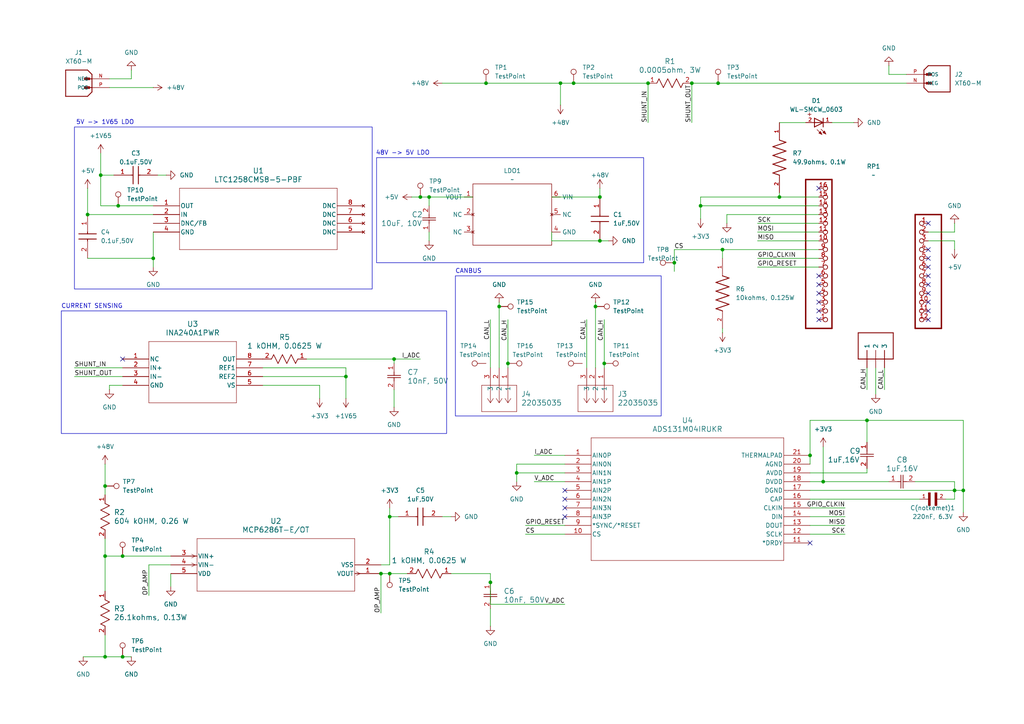
<source format=kicad_sch>
(kicad_sch (version 20231120) (generator "eeschema") (generator_version "8.0")
  (paper "A4")
  (lib_symbols
    (symbol "Connector:TestPoint" (pin_numbers hide) (pin_names (offset 0.762) hide)
      (property "Reference" "TP" (at 0 6.858 0))
      (property "Value" "TestPoint" (at 0 5.08 0))
      (symbol "TestPoint_1_1"
        (pin passive line (at 0 0 90) (length 2.54) (name "1") (number "1"))
      )
    )
    (symbol "Joulemeter:ADS131M04IRUKR" (pin_names (offset 0.254))
      (property "Reference" "U" (at 35.56 10.16 0))
      (property "Value" "ADS131M04IRUKR" (at 35.56 7.62 0))
      (symbol "ADS131M04IRUKR_0_1"
        (pin bidirectional line (at 0 0 0) (length 7.62) (name "AIN0P") (number "1"))
        (pin unspecified line (at 0 -22.86 0) (length 7.62) (name "CS") (number "10"))
        (pin unspecified line (at 71.12 -25.4 180) (length 7.62) (name "*DRDY") (number "11"))
        (pin unspecified line (at 71.12 -22.86 180) (length 7.62) (name "SCLK") (number "12"))
        (pin output line (at 71.12 -20.32 180) (length 7.62) (name "DOUT") (number "13"))
        (pin unspecified line (at 71.12 -17.78 180) (length 7.62) (name "DIN") (number "14"))
        (pin unspecified line (at 71.12 -15.24 180) (length 7.62) (name "CLKIN") (number "15"))
        (pin unspecified line (at 71.12 -12.7 180) (length 7.62) (name "CAP") (number "16"))
        (pin power_out line (at 71.12 -10.16 180) (length 7.62) (name "DGND") (number "17"))
        (pin power_in line (at 71.12 -7.62 180) (length 7.62) (name "DVDD") (number "18"))
        (pin power_in line (at 71.12 -5.08 180) (length 7.62) (name "AVDD") (number "19"))
        (pin bidirectional line (at 0 -2.54 0) (length 7.62) (name "AIN0N") (number "2"))
        (pin power_out line (at 71.12 -2.54 180) (length 7.62) (name "AGND") (number "20"))
        (pin power_out line (at 71.12 0 180) (length 7.62) (name "THERMALPAD") (number "21"))
        (pin input line (at 0 -5.08 0) (length 7.62) (name "AIN1N") (number "3"))
        (pin input line (at 0 -7.62 0) (length 7.62) (name "AIN1P") (number "4"))
        (pin input line (at 0 -10.16 0) (length 7.62) (name "AIN2P") (number "5"))
        (pin input line (at 0 -12.7 0) (length 7.62) (name "AIN2N") (number "6"))
        (pin input line (at 0 -15.24 0) (length 7.62) (name "AIN3N") (number "7"))
        (pin input line (at 0 -17.78 0) (length 7.62) (name "AIN3P") (number "8"))
        (pin unspecified line (at 0 -20.32 0) (length 7.62) (name "*SYNC/*RESET") (number "9"))
      )
    )
    (symbol "Joulemeter:INA240A1PWR" (pin_names (offset 0.254))
      (property "Reference" "U" (at 20.32 10.16 0))
      (property "Value" "INA240A1PWR" (at 20.32 7.62 0))
      (symbol "INA240A1PWR_0_1"
        (pin unspecified line (at 0 0 0) (length 7.62) (name "NC") (number "1"))
        (pin input line (at 0 -2.54 0) (length 7.62) (name "IN+") (number "2"))
        (pin input line (at 0 -5.08 0) (length 7.62) (name "IN-") (number "3"))
        (pin power_in line (at 0 -7.62 0) (length 7.62) (name "GND") (number "4"))
        (pin power_in line (at 40.64 -7.62 180) (length 7.62) (name "VS") (number "5"))
        (pin input line (at 40.64 -5.08 180) (length 7.62) (name "REF2") (number "6"))
        (pin input line (at 40.64 -2.54 180) (length 7.62) (name "REF1") (number "7"))
        (pin output line (at 40.64 0 180) (length 7.62) (name "OUT") (number "8"))
      )
    )
    (symbol "SMV_Custom:3-pin Mini Molex Spox" (pin_names (offset 0.254))
      (property "Reference" "J" (at 8.89 6.35 0))
      (property "Value" "22035035" (at -3.81 3.81 0))
      (symbol "3-pin Mini Molex Spox_1_1"
        (pin unspecified line (at 0 0 0) (length 5.08) (name "1") (number "1"))
        (pin unspecified line (at 0 -2.54 0) (length 5.08) (name "2") (number "2"))
        (pin unspecified line (at 0 -5.08 0) (length 5.08) (name "3") (number "3"))
      )
      (symbol "3-pin Mini Molex Spox_1_2"
        (pin unspecified line (at 0 0 0) (length 5.08) (name "1") (number "1"))
        (pin unspecified line (at 0 -2.54 0) (length 5.08) (name "2") (number "2"))
        (pin unspecified line (at 0 -5.08 0) (length 5.08) (name "3") (number "3"))
      )
    )
    (symbol "SMV_Custom:AP7387-50FDCR-7"
      (property "Reference" "LDO" (at 0 0 0))
      (symbol "AP7387-50FDCR-7_1_1"
        (pin power_out line (at -11.43 5.08 180) (length 2.54) (name "VOUT") (number "1"))
        (pin no_connect line (at -11.43 0 180) (length 2.54) (name "NC") (number "2"))
        (pin no_connect line (at -11.43 -5.08 180) (length 2.54) (name "NC") (number "3"))
        (pin power_out line (at 11.43 -5.08 0) (length 2.54) (name "GND") (number "4"))
        (pin no_connect line (at 11.43 0 0) (length 2.54) (name "NC") (number "5"))
        (pin power_in line (at 11.43 5.08 0) (length 2.54) (name "VIN") (number "6"))
      )
    )
    (symbol "SMV_Custom:C0805C102K5GACTU" (pin_names hide)
      (property "Reference" "C" (at 5.842 4.318 0))
      (property "Value" "1uF,50V" (at 8.89 3.81 0))
      (symbol "C0805C102K5GACTU_1_1"
        (pin passive line (at 0 0 0) (length 5.08) (name "1") (number "1"))
        (pin passive line (at 12.7 0 180) (length 5.08) (name "2") (number "2"))
      )
    )
    (symbol "SMV_Custom:C0805C103K5RACTU" (pin_names (offset 0.254))
      (property "Reference" "C" (at 3.81 3.81 0))
      (property "Value" "10nF, 50V" (at 3.81 -3.81 0))
      (symbol "C0805C103K5RACTU_1_1"
        (pin unspecified line (at 0 0 0) (length 2.54) (name "") (number "1"))
        (pin unspecified line (at 7.62 0 180) (length 2.54) (name "") (number "2"))
      )
      (symbol "C0805C103K5RACTU_1_2"
        (pin unspecified line (at 0 0 270) (length 2.54) (name "") (number "1"))
        (pin unspecified line (at 0 -7.62 90) (length 2.54) (name "") (number "2"))
      )
    )
    (symbol "SMV_Custom:C0805C104K5RACTU" (pin_names hide)
      (property "Reference" "C" (at 5.588 4.572 0))
      (property "Value" "0.1uF,50V" (at 8.89 3.81 0))
      (symbol "C0805C104K5RACTU_1_1"
        (pin passive line (at 0 0 0) (length 5.08) (name "1") (number "1"))
        (pin passive line (at 12.7 0 180) (length 5.08) (name "2") (number "2"))
      )
    )
    (symbol "SMV_Custom:C0805C105K4RACTU" (pin_names (offset 0.254))
      (property "Reference" "C" (at 3.81 3.81 0))
      (property "Value" "1uF,16V" (at 3.81 -3.81 0))
      (symbol "C0805C105K4RACTU_1_1"
        (pin unspecified line (at 0 0 0) (length 2.54) (name "") (number "1"))
        (pin unspecified line (at 7.62 0 180) (length 2.54) (name "") (number "2"))
      )
      (symbol "C0805C105K4RACTU_1_2"
        (pin unspecified line (at 0 0 270) (length 2.54) (name "") (number "1"))
        (pin unspecified line (at 0 -7.62 90) (length 2.54) (name "") (number "2"))
      )
    )
    (symbol "SMV_Custom:C0805C106K8PACTU" (pin_names (offset 0.254))
      (property "Reference" "C" (at 3.81 3.81 0))
      (property "Value" "10uF, 10V" (at 3.81 -3.81 0))
      (symbol "C0805C106K8PACTU_1_1"
        (pin unspecified line (at 0 0 0) (length 2.54) (name "") (number "1"))
        (pin unspecified line (at 7.62 0 180) (length 2.54) (name "") (number "2"))
      )
      (symbol "C0805C106K8PACTU_1_2"
        (pin unspecified line (at 0 0 270) (length 2.54) (name "") (number "1"))
        (pin unspecified line (at 0 -7.62 90) (length 2.54) (name "") (number "2"))
      )
    )
    (symbol "SMV_Custom:CRCW04021K00FKED" (pin_names (offset 0.254))
      (property "Reference" "R" (at 5.715 3.81 0))
      (property "Value" "1 kOHM, 0.0625 W" (at 6.35 -3.81 0))
      (symbol "CRCW04021K00FKED_1_1"
        (pin unspecified line (at 12.7 0 180) (length 2.54) (name "") (number "1"))
        (pin unspecified line (at 0 0 0) (length 2.54) (name "") (number "2"))
      )
      (symbol "CRCW04021K00FKED_1_2"
        (pin unspecified line (at 0 12.7 270) (length 2.54) (name "") (number "1"))
        (pin unspecified line (at 0 0 90) (length 2.54) (name "") (number "2"))
      )
    )
    (symbol "SMV_Custom:CRCW060349R9FKEAC" (pin_names (offset 1.016))
      (property "Reference" "R" (at -7.6244 2.5415 0))
      (property "Value" "49.9ohms, 0.1W" (at -7.63 -5.0866 0))
      (symbol "CRCW060349R9FKEAC_0_0"
        (pin passive line (at -10.16 0 0) (length 5.08) (name "~") (number "1"))
        (pin passive line (at 10.16 0 180) (length 5.08) (name "~") (number "2"))
      )
    )
    (symbol "SMV_Custom:CRCW080510K0FKEAC" (pin_names (offset 1.016))
      (property "Reference" "R" (at -0.508 3.81 0))
      (property "Value" "10kohms, 0.125W" (at -7.63 -5.0866 0))
      (symbol "CRCW080510K0FKEAC_0_0"
        (pin passive line (at -10.16 0 0) (length 5.08) (name "~") (number "1"))
        (pin passive line (at 10.16 0 180) (length 5.08) (name "~") (number "2"))
      )
    )
    (symbol "SMV_Custom:GRM033R60J224ME15D" (pin_names (offset 1.016))
      (property "Reference" "C(notkemet)" (at 0 3.8109 0))
      (property "Value" "220nF, 6.3V" (at 0 -5.0885 0))
      (symbol "GRM033R60J224ME15D_0_0"
        (pin passive line (at -2.54 0 0) (length 2.54) (name "~") (number "1"))
        (pin passive line (at 5.08 0 180) (length 2.54) (name "~") (number "2"))
      )
    )
    (symbol "SMV_Custom:LTC1258CMS8-5-PBF" (pin_names (offset 0.254))
      (property "Reference" "U" (at 30.48 10.16 0))
      (property "Value" "LTC1258CMS8-5-PBF" (at 30.48 7.62 0))
      (symbol "LTC1258CMS8-5-PBF_0_1"
        (pin output line (at 0 0 0) (length 7.62) (name "OUT") (number "1"))
        (pin input line (at 0 -2.54 0) (length 7.62) (name "IN") (number "2"))
        (pin bidirectional line (at 0 -5.08 0) (length 7.62) (name "DNC/FB") (number "3"))
        (pin power_in line (at 0 -7.62 0) (length 7.62) (name "GND") (number "4"))
        (pin no_connect line (at 60.96 -7.62 180) (length 7.62) (name "DNC") (number "5"))
        (pin no_connect line (at 60.96 -5.08 180) (length 7.62) (name "DNC") (number "6"))
        (pin no_connect line (at 60.96 -2.54 180) (length 7.62) (name "DNC") (number "7"))
        (pin no_connect line (at 60.96 0 180) (length 7.62) (name "DNC") (number "8"))
      )
    )
    (symbol "SMV_Custom:MCP6286T-E_OT" (pin_names (offset 0.254))
      (property "Reference" "U" (at 30.48 10.16 0))
      (property "Value" "MCP6286T-E/OT" (at 30.48 7.62 0))
      (symbol "MCP6286T-E_OT_0_1"
        (pin output line (at 0 0 0) (length 7.62) (name "VOUT") (number "1"))
        (pin power_in line (at 0 -2.54 0) (length 7.62) (name "VSS") (number "2"))
        (pin input line (at 60.96 -5.08 180) (length 7.62) (name "VIN+") (number "3"))
        (pin input line (at 60.96 -2.54 180) (length 7.62) (name "VIN-") (number "4"))
        (pin power_in line (at 60.96 0 180) (length 7.62) (name "VDD") (number "5"))
      )
    )
    (symbol "SMV_Custom:PU3921FKM130U5L" (pin_names (offset 0.254))
      (property "Reference" "R" (at 5.715 3.81 0))
      (property "Value" "0.0005ohm, 3W" (at 6.35 -3.81 0))
      (symbol "PU3921FKM130U5L_1_1"
        (pin unspecified line (at 0 0 0) (length 2.54) (name "") (number "1"))
        (pin unspecified line (at 12.7 0 180) (length 2.54) (name "") (number "2"))
      )
      (symbol "PU3921FKM130U5L_1_2"
        (pin unspecified line (at 0 12.7 270) (length 2.54) (name "") (number "1"))
        (pin unspecified line (at 0 0 90) (length 2.54) (name "") (number "2"))
      )
    )
    (symbol "SMV_Custom:RP2040"
      (property "Reference" "RP" (at 0 39.37 0))
      (symbol "RP2040_1_0"
        (pin passive inverted (at -16.51 -6.35 0) (length 2.54) (name "1") (number "1"))
        (pin passive line (at -2.54 -20.32 90) (length 5.08) (name "1") (number "1"))
        (pin passive inverted (at 15.24 21.59 180) (length 2.54) (name "1") (number "1"))
        (pin passive inverted (at -16.51 16.51 0) (length 2.54) (name "10") (number "10"))
        (pin passive inverted (at 15.24 -1.27 180) (length 2.54) (name "10") (number "10"))
        (pin passive inverted (at -16.51 19.05 0) (length 2.54) (name "11") (number "11"))
        (pin passive inverted (at 15.24 -3.81 180) (length 2.54) (name "11") (number "11"))
        (pin passive inverted (at -16.51 21.59 0) (length 2.54) (name "12") (number "12"))
        (pin passive inverted (at 15.24 -6.35 180) (length 2.54) (name "12") (number "12"))
        (pin passive inverted (at -16.51 24.13 0) (length 2.54) (name "13") (number "13"))
        (pin passive inverted (at -16.51 26.67 0) (length 2.54) (name "14") (number "14"))
        (pin passive inverted (at -16.51 29.21 0) (length 2.54) (name "15") (number "15"))
        (pin passive inverted (at -16.51 31.75 0) (length 2.54) (name "16") (number "16"))
        (pin passive inverted (at -16.51 -3.81 0) (length 2.54) (name "2") (number "2"))
        (pin passive line (at 0 -20.32 90) (length 5.08) (name "2") (number "2"))
        (pin passive inverted (at 15.24 19.05 180) (length 2.54) (name "2") (number "2"))
        (pin passive inverted (at -16.51 -1.27 0) (length 2.54) (name "3") (number "3"))
        (pin passive line (at 2.54 -20.32 90) (length 5.08) (name "3") (number "3"))
        (pin passive inverted (at 15.24 16.51 180) (length 2.54) (name "3") (number "3"))
        (pin passive inverted (at -16.51 1.27 0) (length 2.54) (name "4") (number "4"))
        (pin passive inverted (at 15.24 13.97 180) (length 2.54) (name "4") (number "4"))
        (pin passive inverted (at -16.51 3.81 0) (length 2.54) (name "5") (number "5"))
        (pin passive inverted (at 15.24 11.43 180) (length 2.54) (name "5") (number "5"))
        (pin passive inverted (at -16.51 6.35 0) (length 2.54) (name "6") (number "6"))
        (pin passive inverted (at 15.24 8.89 180) (length 2.54) (name "6") (number "6"))
        (pin passive inverted (at -16.51 8.89 0) (length 2.54) (name "7") (number "7"))
        (pin passive inverted (at 15.24 6.35 180) (length 2.54) (name "7") (number "7"))
        (pin passive inverted (at -16.51 11.43 0) (length 2.54) (name "8") (number "8"))
        (pin passive inverted (at 15.24 3.81 180) (length 2.54) (name "8") (number "8"))
        (pin passive inverted (at -16.51 13.97 0) (length 2.54) (name "9") (number "9"))
        (pin passive inverted (at 15.24 1.27 180) (length 2.54) (name "9") (number "9"))
      )
    )
    (symbol "SMV_Custom:TNPW040226K1BEED" (pin_names (offset 0.254))
      (property "Reference" "R" (at 5.715 3.81 0))
      (property "Value" "26.1kohms, 0.13W" (at 6.35 -3.81 0))
      (symbol "TNPW040226K1BEED_1_1"
        (pin unspecified line (at 0 0 0) (length 2.54) (name "") (number "1"))
        (pin unspecified line (at 12.7 0 180) (length 2.54) (name "") (number "2"))
      )
      (symbol "TNPW040226K1BEED_1_2"
        (pin unspecified line (at 0 12.7 270) (length 2.54) (name "") (number "1"))
        (pin unspecified line (at 0 0 90) (length 2.54) (name "") (number "2"))
      )
    )
    (symbol "SMV_Custom:TNPW0805604KBEEA" (pin_names (offset 0.254))
      (property "Reference" "R" (at 5.715 3.81 0))
      (property "Value" "604 kOHM, 0.26 W" (at 6.35 -3.81 0))
      (symbol "TNPW0805604KBEEA_1_1"
        (pin unspecified line (at 0 0 0) (length 2.54) (name "") (number "1"))
        (pin unspecified line (at 12.7 0 180) (length 2.54) (name "") (number "2"))
      )
      (symbol "TNPW0805604KBEEA_1_2"
        (pin unspecified line (at 0 12.7 270) (length 2.54) (name "") (number "1"))
        (pin unspecified line (at 0 0 90) (length 2.54) (name "") (number "2"))
      )
    )
    (symbol "SMV_Custom:WL-SMCW_0603" (pin_names (offset 1.016))
      (property "Reference" "D" (at -1.988 3.972 0))
      (property "Value" "WL-SMCW_0603" (at -2.628 -3.928 0))
      (symbol "WL-SMCW_0603_0_0"
        (text "+" (at 3.08 -1.74 0) (effects (font (size 1.27 1.27)) (justify left bottom)))
        (pin passive line (at -2.54 0 0) (length 2.54) (name "~") (number "1"))
        (pin passive line (at 5.08 0 180) (length 2.54) (name "~") (number "2"))
      )
    )
    (symbol "SMV_Custom:XT60-M" (pin_names (offset 1.016))
      (property "Reference" "J" (at 0 6.35 0))
      (property "Value" "XT60-M" (at 0 -5.08 0))
      (symbol "XT60-M_0_0"
        (pin passive line (at -5.08 0 0) (length 5.08) (name "NEG") (number "N"))
        (pin passive line (at -5.08 2.54 0) (length 5.08) (name "POS") (number "P"))
      )
    )
    (symbol "power:+3V3" (power) (pin_numbers hide) (pin_names (offset 0) hide)
      (property "Value" "+3V3" (at 0 3.556 0))
      (symbol "+3V3_1_1"
        (pin power_in line (at 0 0 90) (length 0) (name "~") (number "1"))
      )
    )
    (symbol "power:+48V" (power) (pin_numbers hide) (pin_names (offset 0) hide)
      (property "Value" "+48V" (at 0 3.556 0))
      (symbol "+48V_1_1"
        (pin power_in line (at 0 0 90) (length 0) (name "~") (number "1"))
      )
    )
    (symbol "power:GND" (power) (pin_numbers hide) (pin_names (offset 0) hide)
      (property "Value" "GND" (at 0 -3.81 0))
      (symbol "GND_1_1"
        (pin power_in line (at 0 0 270) (length 0) (name "~") (number "1"))
      )
    )
  )
  (junction (at 187.96 24.13))
  (junction (at 166.37 24.13))
  (junction (at 100.33 109.22))
  (junction (at 203.2 59.69))
  (junction (at 30.48 140.97))
  (junction (at 149.86 137.16))
  (junction (at 121.92 57.15))
  (junction (at 234.95 132.08))
  (junction (at 142.24 168.91))
  (junction (at 279.4 142.24))
  (junction (at 113.03 166.37))
  (junction (at 226.06 57.15))
  (junction (at 200.66 24.13))
  (junction (at 140.97 24.13))
  (junction (at 208.28 24.13))
  (junction (at 110.49 166.37))
  (junction (at 29.21 50.8))
  (junction (at 35.56 190.5))
  (junction (at 114.3 104.14))
  (junction (at 173.99 69.85))
  (junction (at 25.4 62.23))
  (junction (at 113.03 149.86))
  (junction (at 30.48 161.29))
  (junction (at 44.45 74.93))
  (junction (at 30.48 190.5))
  (junction (at 147.32 105.41))
  (junction (at 276.86 142.24))
  (junction (at 172.72 88.9))
  (junction (at 162.56 24.13))
  (junction (at 35.56 161.29))
  (junction (at 144.78 88.9))
  (junction (at 209.55 72.39))
  (junction (at 173.99 57.15))
  (junction (at 34.29 59.69))
  (junction (at 175.26 105.41))
  (junction (at 195.58 76.2))
  (junction (at 124.46 57.15))
  (junction (at 251.46 121.92))
  (junction (at 238.76 139.7))
  (no_connect (at 35.56 104.14))
  (no_connect (at 269.24 64.77))
  (no_connect (at 269.24 92.71))
  (no_connect (at 237.49 85.09))
  (no_connect (at 237.49 92.71))
  (no_connect (at 269.24 82.55))
  (no_connect (at 269.24 72.39))
  (no_connect (at 234.95 157.48))
  (no_connect (at 237.49 54.61))
  (no_connect (at 163.83 147.32))
  (no_connect (at 237.49 82.55))
  (no_connect (at 269.24 87.63))
  (no_connect (at 269.24 80.01))
  (no_connect (at 163.83 142.24))
  (no_connect (at 163.83 149.86))
  (no_connect (at 269.24 85.09))
  (no_connect (at 163.83 144.78))
  (no_connect (at 269.24 77.47))
  (no_connect (at 237.49 90.17))
  (no_connect (at 269.24 90.17))
  (no_connect (at 237.49 87.63))
  (no_connect (at 269.24 74.93))
  (no_connect (at 237.49 80.01))
  (wire (pts (xy 35.56 111.76) (xy 31.75 111.76)))
  (wire (pts (xy 124.46 57.15) (xy 124.46 59.69)))
  (wire (pts (xy 88.9 104.14) (xy 114.3 104.14)))
  (wire (pts (xy 152.4 154.94) (xy 163.83 154.94)))
  (wire (pts (xy 119.38 57.15) (xy 121.92 57.15)))
  (wire (pts (xy 160.02 67.31) (xy 160.02 69.85)))
  (wire (pts (xy 142.24 175.26) (xy 142.24 168.91)))
  (wire (pts (xy 113.03 149.86) (xy 115.57 149.86)))
  (wire (pts (xy 279.4 121.92) (xy 279.4 142.24)))
  (wire (pts (xy 142.24 166.37) (xy 142.24 168.91)))
  (wire (pts (xy 234.95 134.62) (xy 234.95 132.08)))
  (wire (pts (xy 166.37 24.13) (xy 187.96 24.13)))
  (wire (pts (xy 30.48 161.29) (xy 30.48 171.45)))
  (wire (pts (xy 30.48 156.21) (xy 30.48 161.29)))
  (wire (pts (xy 173.99 54.61) (xy 173.99 57.15)))
  (wire (pts (xy 276.86 144.78) (xy 276.86 142.24)))
  (wire (pts (xy 175.26 105.41) (xy 175.26 106.68)))
  (wire (pts (xy 274.32 144.78) (xy 276.86 144.78)))
  (wire (pts (xy 187.96 24.13) (xy 187.96 35.56)))
  (wire (pts (xy 31.75 25.4) (xy 44.45 25.4)))
  (wire (pts (xy 29.21 50.8) (xy 29.21 44.45)))
  (wire (pts (xy 25.4 54.61) (xy 25.4 62.23)))
  (wire (pts (xy 251.46 121.92) (xy 251.46 128.27)))
  (wire (pts (xy 251.46 121.92) (xy 279.4 121.92)))
  (wire (pts (xy 30.48 140.97) (xy 30.48 143.51)))
  (wire (pts (xy 251.46 137.16) (xy 251.46 135.89)))
  (wire (pts (xy 142.24 176.53) (xy 142.24 181.61)))
  (wire (pts (xy 241.3 35.56) (xy 247.65 35.56)))
  (wire (pts (xy 30.48 190.5) (xy 35.56 190.5)))
  (wire (pts (xy 254 106.68) (xy 254 114.3)))
  (wire (pts (xy 124.46 67.31) (xy 124.46 69.85)))
  (wire (pts (xy 100.33 109.22) (xy 100.33 115.57)))
  (wire (pts (xy 34.29 59.69) (xy 29.21 59.69)))
  (wire (pts (xy 140.97 24.13) (xy 162.56 24.13)))
  (wire (pts (xy 269.24 69.85) (xy 276.86 69.85)))
  (wire (pts (xy 269.24 67.31) (xy 276.86 67.31)))
  (wire (pts (xy 21.59 109.22) (xy 35.56 109.22)))
  (wire (pts (xy 195.58 72.39) (xy 195.58 76.2)))
  (wire (pts (xy 234.95 121.92) (xy 251.46 121.92)))
  (wire (pts (xy 170.18 92.71) (xy 170.18 106.68)))
  (wire (pts (xy 128.27 149.86) (xy 130.81 149.86)))
  (wire (pts (xy 31.75 111.76) (xy 31.75 113.03)))
  (wire (pts (xy 173.99 69.85) (xy 176.53 69.85)))
  (wire (pts (xy 142.24 175.26) (xy 163.83 175.26)))
  (wire (pts (xy 251.46 106.68) (xy 251.46 113.03)))
  (wire (pts (xy 149.86 137.16) (xy 149.86 139.7)))
  (wire (pts (xy 44.45 67.31) (xy 44.45 74.93)))
  (wire (pts (xy 234.95 139.7) (xy 238.76 139.7)))
  (wire (pts (xy 76.2 106.68) (xy 100.33 106.68)))
  (wire (pts (xy 234.95 149.86) (xy 245.11 149.86)))
  (wire (pts (xy 276.86 69.85) (xy 276.86 72.39)))
  (wire (pts (xy 160.02 69.85) (xy 173.99 69.85)))
  (wire (pts (xy 144.78 87.63) (xy 144.78 88.9)))
  (wire (pts (xy 149.86 134.62) (xy 163.83 134.62)))
  (wire (pts (xy 35.56 161.29) (xy 49.53 161.29)))
  (wire (pts (xy 276.86 139.7) (xy 276.86 142.24)))
  (wire (pts (xy 256.54 106.68) (xy 256.54 113.03)))
  (wire (pts (xy 203.2 59.69) (xy 203.2 63.5)))
  (wire (pts (xy 209.55 72.39) (xy 209.55 74.93)))
  (wire (pts (xy 209.55 95.25) (xy 209.55 96.52)))
  (wire (pts (xy 279.4 142.24) (xy 279.4 148.59)))
  (wire (pts (xy 219.71 77.47) (xy 237.49 77.47)))
  (wire (pts (xy 237.49 62.23) (xy 210.82 62.23)))
  (wire (pts (xy 160.02 57.15) (xy 173.99 57.15)))
  (wire (pts (xy 25.4 74.93) (xy 44.45 74.93)))
  (wire (pts (xy 24.13 190.5) (xy 30.48 190.5)))
  (wire (pts (xy 76.2 109.22) (xy 100.33 109.22)))
  (wire (pts (xy 195.58 76.2) (xy 195.58 78.74)))
  (wire (pts (xy 238.76 129.54) (xy 238.76 139.7)))
  (wire (pts (xy 113.03 149.86) (xy 113.03 147.32)))
  (wire (pts (xy 147.32 92.71) (xy 147.32 105.41)))
  (wire (pts (xy 234.95 137.16) (xy 251.46 137.16)))
  (wire (pts (xy 114.3 104.14) (xy 121.92 104.14)))
  (wire (pts (xy 234.95 147.32) (xy 245.11 147.32)))
  (wire (pts (xy 110.49 166.37) (xy 113.03 166.37)))
  (wire (pts (xy 219.71 74.93) (xy 237.49 74.93)))
  (wire (pts (xy 124.46 57.15) (xy 137.16 57.15)))
  (wire (pts (xy 30.48 184.15) (xy 30.48 190.5)))
  (wire (pts (xy 234.95 144.78) (xy 266.7 144.78)))
  (wire (pts (xy 237.49 57.15) (xy 226.06 57.15)))
  (wire (pts (xy 44.45 74.93) (xy 44.45 77.47)))
  (wire (pts (xy 121.92 57.15) (xy 124.46 57.15)))
  (wire (pts (xy 210.82 62.23) (xy 210.82 64.77)))
  (wire (pts (xy 113.03 166.37) (xy 118.11 166.37)))
  (wire (pts (xy 114.3 104.14) (xy 114.3 105.41)))
  (wire (pts (xy 195.58 72.39) (xy 209.55 72.39)))
  (wire (pts (xy 234.95 154.94) (xy 245.11 154.94)))
  (wire (pts (xy 110.49 166.37) (xy 110.49 177.8)))
  (wire (pts (xy 162.56 24.13) (xy 162.56 30.48)))
  (wire (pts (xy 219.71 67.31) (xy 237.49 67.31)))
  (wire (pts (xy 203.2 57.15) (xy 203.2 59.69)))
  (wire (pts (xy 92.71 111.76) (xy 92.71 115.57)))
  (wire (pts (xy 142.24 92.71) (xy 142.24 106.68)))
  (wire (pts (xy 31.75 22.86) (xy 38.1 22.86)))
  (wire (pts (xy 49.53 166.37) (xy 49.53 170.18)))
  (wire (pts (xy 162.56 24.13) (xy 166.37 24.13)))
  (wire (pts (xy 276.86 142.24) (xy 279.4 142.24)))
  (wire (pts (xy 203.2 59.69) (xy 237.49 59.69)))
  (wire (pts (xy 175.26 92.71) (xy 175.26 105.41)))
  (wire (pts (xy 208.28 24.13) (xy 262.89 24.13)))
  (wire (pts (xy 172.72 87.63) (xy 172.72 88.9)))
  (wire (pts (xy 234.95 142.24) (xy 276.86 142.24)))
  (wire (pts (xy 130.81 166.37) (xy 142.24 166.37)))
  (wire (pts (xy 43.18 163.83) (xy 43.18 172.72)))
  (wire (pts (xy 257.81 21.59) (xy 257.81 19.05)))
  (wire (pts (xy 44.45 59.69) (xy 34.29 59.69)))
  (wire (pts (xy 147.32 105.41) (xy 147.32 106.68)))
  (wire (pts (xy 154.94 132.08) (xy 163.83 132.08)))
  (wire (pts (xy 226.06 35.56) (xy 233.68 35.56)))
  (wire (pts (xy 49.53 163.83) (xy 43.18 163.83)))
  (wire (pts (xy 128.27 24.13) (xy 140.97 24.13)))
  (wire (pts (xy 113.03 163.83) (xy 113.03 149.86)))
  (wire (pts (xy 38.1 22.86) (xy 38.1 20.32)))
  (wire (pts (xy 30.48 161.29) (xy 35.56 161.29)))
  (wire (pts (xy 29.21 59.69) (xy 29.21 50.8)))
  (wire (pts (xy 152.4 152.4) (xy 163.83 152.4)))
  (wire (pts (xy 238.76 139.7) (xy 257.81 139.7)))
  (wire (pts (xy 163.83 137.16) (xy 149.86 137.16)))
  (wire (pts (xy 226.06 57.15) (xy 203.2 57.15)))
  (wire (pts (xy 154.94 139.7) (xy 163.83 139.7)))
  (wire (pts (xy 110.49 163.83) (xy 113.03 163.83)))
  (wire (pts (xy 226.06 55.88) (xy 226.06 57.15)))
  (wire (pts (xy 100.33 109.22) (xy 100.33 106.68)))
  (wire (pts (xy 234.95 152.4) (xy 245.11 152.4)))
  (wire (pts (xy 200.66 24.13) (xy 208.28 24.13)))
  (wire (pts (xy 29.21 50.8) (xy 33.02 50.8)))
  (wire (pts (xy 114.3 113.03) (xy 114.3 118.11)))
  (wire (pts (xy 219.71 69.85) (xy 237.49 69.85)))
  (wire (pts (xy 262.89 21.59) (xy 257.81 21.59)))
  (wire (pts (xy 209.55 72.39) (xy 237.49 72.39)))
  (wire (pts (xy 200.66 24.13) (xy 200.66 35.56)))
  (wire (pts (xy 30.48 134.62) (xy 30.48 140.97)))
  (wire (pts (xy 144.78 88.9) (xy 144.78 106.68)))
  (wire (pts (xy 45.72 50.8) (xy 48.26 50.8)))
  (wire (pts (xy 76.2 111.76) (xy 92.71 111.76)))
  (wire (pts (xy 172.72 88.9) (xy 172.72 106.68)))
  (wire (pts (xy 149.86 137.16) (xy 149.86 134.62)))
  (wire (pts (xy 25.4 62.23) (xy 44.45 62.23)))
  (wire (pts (xy 265.43 139.7) (xy 276.86 139.7)))
  (wire (pts (xy 276.86 67.31) (xy 276.86 64.77)))
  (wire (pts (xy 35.56 190.5) (xy 38.1 190.5)))
  (wire (pts (xy 219.71 64.77) (xy 237.49 64.77)))
  (wire (pts (xy 234.95 132.08) (xy 234.95 121.92)))
  (wire (pts (xy 21.59 106.68) (xy 35.56 106.68)))
  (rectangle (start 21.59 36.83) (end 107.95 83.82))
  (rectangle (start 109.22 45.72) (end 186.69 76.2))
  (rectangle (start 17.78 90.17) (end 129.54 125.73))
  (rectangle (start 132.08 80.01) (end 191.77 120.65))
  (text "CURRENT SENSING\n" (at 26.67 88.9 0) (effects (font (size 1.27 1.27))))
  (text "48V -> 5V LDO\n" (at 116.84 44.45 0) (effects (font (size 1.27 1.27))))
  (text "CANBUS\n" (at 135.89 78.74 0) (effects (font (size 1.27 1.27))))
  (text "5V -> 1V65 LDO\n" (at 30.48 35.56 0) (effects (font (size 1.27 1.27))))
  (label "OP_AMP" (at 110.49 177.8 90))
  (label "V_ADC" (at 163.83 175.26 180))
  (label "SCK" (at 219.71 64.77 0))
  (label "GPIO_CLKIN" (at 219.71 74.93 0))
  (label "MISO" (at 219.71 69.85 0))
  (label "SCK" (at 245.11 154.94 180))
  (label "CS" (at 152.4 154.94 0))
  (label "CAN_L" (at 142.24 92.71 270))
  (label "CAN_H" (at 251.46 113.03 90))
  (label "CAN_L" (at 256.54 113.03 90))
  (label "I_ADC" (at 121.92 104.14 180))
  (label "MISO" (at 245.11 152.4 180))
  (label "CAN_H" (at 147.32 92.71 270))
  (label "V_ADC" (at 154.94 139.7 0))
  (label "SHUNT_OUT" (at 200.66 35.56 90))
  (label "MOSI" (at 219.71 67.31 0))
  (label "MOSI" (at 245.11 149.86 180))
  (label "SHUNT_IN" (at 21.59 106.68 0))
  (label "GPIO_RESET" (at 152.4 152.4 0))
  (label "OP_AMP" (at 43.18 172.72 90))
  (label "CAN_H" (at 175.26 92.71 270))
  (label "SHUNT_IN" (at 187.96 35.56 90))
  (label "CAN_L" (at 170.18 92.71 270))
  (label "SHUNT_OUT" (at 21.59 109.22 0))
  (label "I_ADC" (at 154.94 132.08 0))
  (label "GPIO_CLKIN" (at 245.11 147.32 180))
  (label "CS" (at 195.58 72.39 0))
  (label "GPIO_RESET" (at 219.71 77.47 0))
  (symbol (lib_id "SMV_Custom:CRCW080510K0FKEAC") (at 209.55 85.09 270) (unit 1)
    (property "Reference" "R6" (at 213.36 83.8199 90) (effects (justify left)))
    (property "Value" "10kohms, 0.125W" (at 213.36 86.3599 90) (effects (justify left)))
    (property "Footprint" "CRCW080510K0FKEAC:RESC2012X60N" (effects (hide yes)))
    (property "MF" "Vishay Dale" (effects (hide yes)))
    (property "Description_1" "\n                        \n                            10 kOhms ±1% 0.125W, 1/8W Chip Resistor 0805 (2012 Metric) - Thick Film\n                        \n" (effects (hide yes)))
    (property "Package" "2012 Vishay" (effects (hide yes)))
    (property "Price" "None" (effects (hide yes)))
    (property "SnapEDA_Link" "https://www.snapeda.com/parts/CRCW080510K0FKEAC/Vishay+Dale/view-part/?ref=snap" (effects (hide yes)))
    (property "MP" "CRCW080510K0FKEAC" (effects (hide yes)))
    (property "Availability" "In Stock" (effects (hide yes)))
    (property "Check_prices" "https://www.snapeda.com/parts/CRCW080510K0FKEAC/Vishay+Dale/view-part/?ref=eda" (effects (hide yes)))
  )
  (symbol (lib_id "Connector:TestPoint") (at 35.56 161.29 0) (unit 1)
    (property "Reference" "TP4" (at 38.1 156.7179 0) (effects (justify left)))
    (property "Value" "TestPoint" (at 38.1 159.2579 0) (effects (justify left)))
    (property "Footprint" "TestPoint:TestPoint_Pad_3.0x3.0mm" (effects (hide yes)))
    (property "Description" "test point" (effects (hide yes)))
  )
  (symbol (lib_id "power:GND") (at 38.1 20.32 180) (unit 1)
    (property "Reference" "#PWR01" (effects (hide yes)))
    (property "Value" "GND" (at 38.1 15.24 0))
    (property "Description" "Power symbol creates a global label with name \"GND\" , ground" (effects (hide yes)))
  )
  (symbol (lib_id "power:GND") (at 254 114.3 0) (unit 1)
    (property "Reference" "#PWR030" (effects (hide yes)))
    (property "Value" "GND" (at 254 119.38 0))
    (property "Description" "Power symbol creates a global label with name \"GND\" , ground" (effects (hide yes)))
  )
  (symbol (lib_id "SMV_Custom:LTC1258CMS8-5-PBF") (at 44.45 59.69 0) (unit 1)
    (property "Reference" "U1" (at 74.93 49.53 0) (effects (font (size 1.524 1.524))))
    (property "Value" "LTC1258CMS8-5-PBF" (at 74.93 52.07 0) (effects (font (size 1.524 1.524))))
    (property "Footprint" "MSOP-8_MS_LIT" (effects (hide yes)))
    (property "Datasheet" "LTC1258CMS8-5-PBF" (effects (hide yes)))
  )
  (symbol (lib_id "Connector:TestPoint") (at 208.28 24.13 0) (unit 1)
    (property "Reference" "TP3" (at 210.82 19.5579 0) (effects (justify left)))
    (property "Value" "TestPoint" (at 210.82 22.0979 0) (effects (justify left)))
    (property "Footprint" "TestPoint:TestPoint_Pad_3.0x3.0mm" (effects (hide yes)))
    (property "Description" "test point" (effects (hide yes)))
  )
  (symbol (lib_id "Connector:TestPoint") (at 35.56 190.5 0) (unit 1)
    (property "Reference" "TP6" (at 38.1 185.9279 0) (effects (justify left)))
    (property "Value" "TestPoint" (at 38.1 188.4679 0) (effects (justify left)))
    (property "Footprint" "TestPoint:TestPoint_Pad_3.0x3.0mm" (effects (hide yes)))
    (property "Description" "test point" (effects (hide yes)))
  )
  (symbol (lib_id "power:+3V3") (at 276.86 72.39 180) (unit 1)
    (property "Reference" "#PWR029" (effects (hide yes)))
    (property "Value" "+5V" (at 276.86 77.47 0))
    (property "Description" "Power symbol creates a global label with name \"+3V3\"" (effects (hide yes)))
  )
  (symbol (lib_id "power:+3V3") (at 100.33 115.57 180) (unit 1)
    (property "Reference" "#PWR020" (effects (hide yes)))
    (property "Value" "+1V65" (at 100.33 120.65 0))
    (property "Description" "Power symbol creates a global label with name \"+3V3\"" (effects (hide yes)))
  )
  (symbol (lib_id "SMV_Custom:WL-SMCW_0603") (at 238.76 35.56 180) (unit 1)
    (property "Reference" "D1" (at 236.7417 29.21 0))
    (property "Value" "WL-SMCW_0603" (at 236.7417 31.75 0))
    (property "Footprint" "WL-SMCW_0603:WL-SMCW_0603" (effects (hide yes)))
  )
  (symbol (lib_id "SMV_Custom:RP2040") (at 254 86.36 0) (unit 1)
    (property "Reference" "RP1" (at 253.365 48.26 0))
    (property "Value" "~" (at 253.365 50.8 0))
  )
  (symbol (lib_id "power:GND") (at 276.86 64.77 180) (unit 1)
    (property "Reference" "#PWR028" (effects (hide yes)))
    (property "Value" "GND" (at 276.86 59.69 0))
    (property "Description" "Power symbol creates a global label with name \"GND\" , ground" (effects (hide yes)))
  )
  (symbol (lib_id "Connector:TestPoint") (at 140.97 105.41 90) (unit 1)
    (property "Reference" "TP14" (at 135.89 100.33 90))
    (property "Value" "TestPoint" (at 137.668 102.87 90))
    (property "Footprint" "TestPoint:TestPoint_Pad_3.0x3.0mm" (effects (hide yes)))
    (property "Description" "test point" (effects (hide yes)))
  )
  (symbol (lib_id "power:+3V3") (at 113.03 147.32 0) (unit 1)
    (property "Reference" "#PWR013" (effects (hide yes)))
    (property "Value" "+3V3" (at 113.03 142.24 0))
    (property "Description" "Power symbol creates a global label with name \"+3V3\"" (effects (hide yes)))
  )
  (symbol (lib_id "Connector:TestPoint") (at 166.37 24.13 0) (unit 1)
    (property "Reference" "TP2" (at 168.91 19.5579 0) (effects (justify left)))
    (property "Value" "TestPoint" (at 168.91 22.0979 0) (effects (justify left)))
    (property "Footprint" "TestPoint:TestPoint_Pad_3.0x3.0mm" (effects (hide yes)))
    (property "Description" "test point" (effects (hide yes)))
  )
  (symbol (lib_id "power:GND") (at 49.53 170.18 0) (unit 1)
    (property "Reference" "#PWR012" (effects (hide yes)))
    (property "Value" "GND" (at 49.53 175.26 0))
    (property "Description" "Power symbol creates a global label with name \"GND\" , ground" (effects (hide yes)))
  )
  (symbol (lib_id "power:GND") (at 176.53 69.85 90) (unit 1)
    (property "Reference" "#PWR05" (effects (hide yes)))
    (property "Value" "GND" (at 180.34 69.8499 90) (effects (justify right)))
    (property "Description" "Power symbol creates a global label with name \"GND\" , ground" (effects (hide yes)))
  )
  (symbol (lib_id "power:GND") (at 130.81 149.86 90) (unit 1)
    (property "Reference" "#PWR014" (effects (hide yes)))
    (property "Value" "GND" (at 134.62 149.8599 90) (effects (justify right)))
    (property "Description" "Power symbol creates a global label with name \"GND\" , ground" (effects (hide yes)))
  )
  (symbol (lib_id "SMV_Custom:C0805C102K5GACTU") (at 173.99 57.15 270) (unit 1)
    (property "Reference" "C1" (at 177.8 62.2299 90) (effects (justify left)))
    (property "Value" "1uF,50V" (at 177.8 64.7699 90) (effects (justify left)))
    (property "Footprint" "C0805" (effects (hide yes)))
    (property "Datasheet" "https://content.kemet.com/datasheets/KEM_C1003_C0G_SMD.pdf" (effects (hide yes)))
    (property "Description" "SMD Comm C0G, Ceramic, 1000 pF, 10%, 50 VDC, 125 VDC, 125C, -55C, C0G, SMD, MLCC, Ultra-Stable, Low Loss, Class I, 0.1 % , 100 GOhms, 11 mg, 0805, 2mm, 1.25mm, 0.78mm, 0.75mm, 0.5mm, 4000, 78  Weeks, 120" (effects (hide yes)))
    (property "Height" "1.1" (effects (hide yes)))
    (property "Manufacturer_Name" "KEMET" (effects (hide yes)))
    (property "Manufacturer_Part_Number" "C0805C102K5GACTU" (effects (hide yes)))
    (property "Mouser Part Number" "80-C0805C102K5G" (effects (hide yes)))
    (property "Mouser Price/Stock" "https://www.mouser.co.uk/ProductDetail/KEMET/C0805C102K5GACTU?qs=ycq5i98tC2kqWbFrXv0n7w%3D%3D" (effects (hide yes)))
    (property "Arrow Part Number" "C0805C102K5GACTU" (effects (hide yes)))
    (property "Arrow Price/Stock" "https://www.arrow.com/en/products/c0805c102k5gactu/kemet-corporation" (effects (hide yes)))
  )
  (symbol (lib_id "power:GND") (at 124.46 69.85 0) (unit 1)
    (property "Reference" "#PWR07" (effects (hide yes)))
    (property "Value" "GND" (at 124.46 74.93 0))
    (property "Description" "Power symbol creates a global label with name \"GND\" , ground" (effects (hide yes)))
  )
  (symbol (lib_id "power:+48V") (at 162.56 30.48 180) (unit 1)
    (property "Reference" "#PWR03" (effects (hide yes)))
    (property "Value" "+48V" (at 162.56 35.56 0))
    (property "Description" "Power symbol creates a global label with name \"+48V\"" (effects (hide yes)))
  )
  (symbol (lib_id "power:+48V") (at 44.45 25.4 270) (unit 1)
    (property "Reference" "#PWR032" (effects (hide yes)))
    (property "Value" "+48V" (at 48.26 25.3999 90) (effects (justify left)))
    (property "Description" "Power symbol creates a global label with name \"+48V\"" (effects (hide yes)))
  )
  (symbol (lib_id "power:GND") (at 142.24 181.61 0) (unit 1)
    (property "Reference" "#PWR017" (effects (hide yes)))
    (property "Value" "GND" (at 142.24 186.69 0))
    (property "Description" "Power symbol creates a global label with name \"GND\" , ground" (effects (hide yes)))
  )
  (symbol (lib_id "SMV_Custom:C0805C103K5RACTU") (at 114.3 105.41 270) (unit 1)
    (property "Reference" "C7" (at 118.11 107.9499 90) (effects (font (size 1.524 1.524)) (justify left)))
    (property "Value" "10nF, 50V" (at 118.11 110.4899 90) (effects (font (size 1.524 1.524)) (justify left)))
    (property "Footprint" "CAPC220145_88N_KEM" (effects (hide yes)))
    (property "Datasheet" "C0805C103K5RACTU" (effects (hide yes)))
  )
  (symbol (lib_id "power:GND") (at 48.26 50.8 90) (unit 1)
    (property "Reference" "#PWR09" (effects (hide yes)))
    (property "Value" "GND" (at 52.07 50.7999 90) (effects (justify right)))
    (property "Description" "Power symbol creates a global label with name \"GND\" , ground" (effects (hide yes)))
  )
  (symbol (lib_id "power:GND") (at 44.45 77.47 0) (unit 1)
    (property "Reference" "#PWR011" (effects (hide yes)))
    (property "Value" "GND" (at 44.45 82.55 0))
    (property "Description" "Power symbol creates a global label with name \"GND\" , ground" (effects (hide yes)))
  )
  (symbol (lib_id "power:+3V3") (at 209.55 96.52 180) (unit 1)
    (property "Reference" "#PWR027" (effects (hide yes)))
    (property "Value" "+3V3" (at 209.55 101.6 0))
    (property "Description" "Power symbol creates a global label with name \"+3V3\"" (effects (hide yes)))
  )
  (symbol (lib_id "power:+3V3") (at 25.4 54.61 0) (unit 1)
    (property "Reference" "#PWR08" (effects (hide yes)))
    (property "Value" "+5V" (at 25.4 49.53 0))
    (property "Description" "Power symbol creates a global label with name \"+3V3\"" (effects (hide yes)))
  )
  (symbol (lib_id "power:GND") (at 38.1 190.5 0) (unit 1)
    (property "Reference" "#PWR015" (effects (hide yes)))
    (property "Value" "GND" (at 38.1 195.58 0))
    (property "Description" "Power symbol creates a global label with name \"GND\" , ground" (effects (hide yes)))
  )
  (symbol (lib_id "power:+48V") (at 173.99 54.61 0) (unit 1)
    (property "Reference" "#PWR04" (effects (hide yes)))
    (property "Value" "+48V" (at 173.99 50.8 0))
    (property "Description" "Power symbol creates a global label with name \"+48V\"" (effects (hide yes)))
  )
  (symbol (lib_id "power:+3V3") (at 119.38 57.15 90) (unit 1)
    (property "Reference" "#PWR06" (effects (hide yes)))
    (property "Value" "+5V" (at 115.57 57.1499 90) (effects (justify left)))
    (property "Description" "Power symbol creates a global label with name \"+3V3\"" (effects (hide yes)))
  )
  (symbol (lib_id "SMV_Custom:C0805C104K5RACTU") (at 33.02 50.8 0) (unit 1)
    (property "Reference" "C3" (at 39.37 44.45 0))
    (property "Value" "0.1uF,50V" (at 39.37 46.99 0))
    (property "Footprint" "C0805" (effects (hide yes)))
    (property "Datasheet" "https://content.kemet.com/datasheets/KEM_C1002_X7R_SMD.pdf" (effects (hide yes)))
    (property "Description" "SMD Comm X7R, Ceramic, 0.1 uF, 10%, 50 VDC, 125 VDC, 125C, -55C, X7R, SMD, MLCC, Temperature Stable, Class II, 2.5 % , 5 GOhms, 11 mg, 0805, 2mm, 1.25mm, 0.78mm, 0.75mm, 0.5mm, 4000, 78  Weeks, 80" (effects (hide yes)))
    (property "Height" "1.1" (effects (hide yes)))
    (property "Manufacturer_Name" "KEMET" (effects (hide yes)))
    (property "Manufacturer_Part_Number" "C0805C104K5RACTU" (effects (hide yes)))
    (property "Mouser Part Number" "80-C0805C104K5R" (effects (hide yes)))
    (property "Mouser Price/Stock" "https://www.mouser.co.uk/ProductDetail/KEMET/C0805C104K5RACTU?qs=Pc30aiB8zWUISNb2Qeyxfw%3D%3D" (effects (hide yes)))
    (property "Arrow Part Number" "C0805C104K5RACTU" (effects (hide yes)))
    (property "Arrow Price/Stock" "https://www.arrow.com/en/products/c0805c104k5ractu/kemet-corporation?region=nac" (effects (hide yes)))
  )
  (symbol (lib_id "Connector:TestPoint") (at 144.78 88.9 270) (unit 1)
    (property "Reference" "TP15" (at 149.86 87.6299 90) (effects (justify left)))
    (property "Value" "TestPoint" (at 149.86 90.1699 90) (effects (justify left)))
    (property "Footprint" "TestPoint:TestPoint_Pad_3.0x3.0mm" (effects (hide yes)))
    (property "Description" "test point" (effects (hide yes)))
  )
  (symbol (lib_id "SMV_Custom:XT60-M") (at 267.97 24.13 0) (unit 1)
    (property "Reference" "J2" (at 276.86 21.5899 0) (effects (justify left)))
    (property "Value" "XT60-M" (at 276.86 24.1299 0) (effects (justify left)))
    (property "Footprint" "XT60-M:AMASS_XT60-M" (effects (hide yes)))
    (property "MF" "AMASS" (effects (hide yes)))
    (property "MAXIMUM_PACKAGE_HEIGHT" "16.00 mm" (effects (hide yes)))
    (property "Package" "Package" (effects (hide yes)))
    (property "Price" "None" (effects (hide yes)))
    (property "Check_prices" "https://www.snapeda.com/parts/XT60-M/AMASS/view-part/?ref=eda" (effects (hide yes)))
    (property "STANDARD" "IPC 7351B" (effects (hide yes)))
    (property "PARTREV" "V1.2" (effects (hide yes)))
    (property "SnapEDA_Link" "https://www.snapeda.com/parts/XT60-M/AMASS/view-part/?ref=snap" (effects (hide yes)))
    (property "MP" "XT60-M" (effects (hide yes)))
    (property "Description_1" "\n                        \n                            Plug; DC supply; XT60; male; PIN: 2; for cable; soldered; 30A; 500V\n                        \n" (effects (hide yes)))
    (property "Availability" "Not in stock" (effects (hide yes)))
    (property "MANUFACTURER" "AMASS" (effects (hide yes)))
  )
  (symbol (lib_id "SMV_Custom:XT60-M") (at 26.67 22.86 180) (unit 1)
    (property "Reference" "J1" (at 22.86 15.24 0))
    (property "Value" "XT60-M" (at 22.86 17.78 0))
    (property "Footprint" "XT60-M:AMASS_XT60-M" (effects (hide yes)))
    (property "MF" "AMASS" (effects (hide yes)))
    (property "MAXIMUM_PACKAGE_HEIGHT" "16.00 mm" (effects (hide yes)))
    (property "Package" "Package" (effects (hide yes)))
    (property "Price" "None" (effects (hide yes)))
    (property "Check_prices" "https://www.snapeda.com/parts/XT60-M/AMASS/view-part/?ref=eda" (effects (hide yes)))
    (property "STANDARD" "IPC 7351B" (effects (hide yes)))
    (property "PARTREV" "V1.2" (effects (hide yes)))
    (property "SnapEDA_Link" "https://www.snapeda.com/parts/XT60-M/AMASS/view-part/?ref=snap" (effects (hide yes)))
    (property "MP" "XT60-M" (effects (hide yes)))
    (property "Description_1" "\n                        \n                            Plug; DC supply; XT60; male; PIN: 2; for cable; soldered; 30A; 500V\n                        \n" (effects (hide yes)))
    (property "Availability" "Not in stock" (effects (hide yes)))
    (property "MANUFACTURER" "AMASS" (effects (hide yes)))
  )
  (symbol (lib_id "Connector:TestPoint") (at 30.48 140.97 270) (unit 1)
    (property "Reference" "TP7" (at 35.56 139.6999 90) (effects (justify left)))
    (property "Value" "TestPoint" (at 35.56 142.2399 90) (effects (justify left)))
    (property "Footprint" "TestPoint:TestPoint_Pad_3.0x3.0mm" (effects (hide yes)))
    (property "Description" "test point" (effects (hide yes)))
  )
  (symbol (lib_id "Connector:TestPoint") (at 140.97 24.13 0) (unit 1)
    (property "Reference" "TP1" (at 143.51 19.5579 0) (effects (justify left)))
    (property "Value" "TestPoint" (at 143.51 22.0979 0) (effects (justify left)))
    (property "Footprint" "TestPoint:TestPoint_Pad_3.0x3.0mm" (effects (hide yes)))
    (property "Description" "test point" (effects (hide yes)))
  )
  (symbol (lib_id "SMV_Custom:TNPW0805604KBEEA") (at 30.48 143.51 270) (unit 1)
    (property "Reference" "R2" (at 33.02 148.5899 90) (effects (font (size 1.524 1.524)) (justify left)))
    (property "Value" "604 kOHM, 0.26 W" (at 33.02 151.1299 90) (effects (font (size 1.524 1.524)) (justify left)))
    (property "Footprint" "RES_TNPW0805_VIS" (effects (hide yes)))
    (property "Datasheet" "TNPW0805604KBEEA" (effects (hide yes)))
  )
  (symbol (lib_id "SMV_Custom:PU3921FKM130U5L") (at 187.96 24.13 0) (unit 1)
    (property "Reference" "R1" (at 194.31 17.78 0) (effects (font (size 1.524 1.524))))
    (property "Value" "0.0005ohm, 3W" (at 194.31 20.32 0) (effects (font (size 1.524 1.524))))
    (property "Footprint" "RES_PU3921_.5mOHM_YAG" (effects (hide yes)))
    (property "Datasheet" "PU3921FKM130U5L" (effects (hide yes)))
  )
  (symbol (lib_id "SMV_Custom:C0805C106K8PACTU") (at 124.46 67.31 90) (unit 1)
    (property "Reference" "C2" (at 119.38 62.23 90) (effects (font (size 1.524 1.524)) (justify right)))
    (property "Value" "10uF, 10V" (at 110.49 64.77 90) (effects (font (size 1.524 1.524)) (justify right)))
    (property "Footprint" "CAP_8PACTU" (effects (hide yes)))
    (property "Datasheet" "C0805C106K8PACTU" (effects (hide yes)))
  )
  (symbol (lib_id "Connector:TestPoint") (at 168.91 105.41 90) (unit 1)
    (property "Reference" "TP13" (at 163.83 100.33 90))
    (property "Value" "TestPoint" (at 165.608 102.87 90))
    (property "Footprint" "TestPoint:TestPoint_Pad_3.0x3.0mm" (effects (hide yes)))
    (property "Description" "test point" (effects (hide yes)))
  )
  (symbol (lib_id "power:GND") (at 279.4 148.59 0) (unit 1)
    (property "Reference" "#PWR023" (effects (hide yes)))
    (property "Value" "GND" (at 279.4 153.67 0))
    (property "Description" "Power symbol creates a global label with name \"GND\" , ground" (effects (hide yes)))
  )
  (symbol (lib_id "power:+3V3") (at 92.71 115.57 180) (unit 1)
    (property "Reference" "#PWR021" (effects (hide yes)))
    (property "Value" "+3V3" (at 92.71 120.65 0))
    (property "Description" "Power symbol creates a global label with name \"+3V3\"" (effects (hide yes)))
  )
  (symbol (lib_id "power:GND") (at 247.65 35.56 90) (unit 1)
    (property "Reference" "#PWR035" (effects (hide yes)))
    (property "Value" "GND" (at 251.46 35.5599 90) (effects (justify right)))
    (property "Description" "Power symbol creates a global label with name \"GND\" , ground" (effects (hide yes)))
  )
  (symbol (lib_id "SMV_Custom:TNPW040226K1BEED") (at 30.48 171.45 270) (unit 1)
    (property "Reference" "R3" (at 33.02 176.5299 90) (effects (font (size 1.524 1.524)) (justify left)))
    (property "Value" "26.1kohms, 0.13W" (at 33.02 179.0699 90) (effects (font (size 1.524 1.524)) (justify left)))
    (property "Footprint" "RES_TNPW0402_VIS" (effects (hide yes)))
    (property "Datasheet" "TNPW040226K1BEED" (effects (hide yes)))
  )
  (symbol (lib_id "power:+48V") (at 30.48 134.62 0) (unit 1)
    (property "Reference" "#PWR034" (effects (hide yes)))
    (property "Value" "+48V" (at 30.48 129.54 0))
    (property "Description" "Power symbol creates a global label with name \"+48V\"" (effects (hide yes)))
  )
  (symbol (lib_id "power:GND") (at 210.82 64.77 0) (unit 1)
    (property "Reference" "#PWR025" (effects (hide yes)))
    (property "Value" "GND" (at 210.82 69.85 0))
    (property "Description" "Power symbol creates a global label with name \"GND\" , ground" (effects (hide yes)))
  )
  (symbol (lib_id "SMV_Custom:3-pin Mini Molex Spox") (at 175.26 106.68 270) (unit 1)
    (property "Reference" "J3" (at 179.07 114.2999 90) (effects (font (size 1.524 1.524)) (justify left)))
    (property "Value" "22035035" (at 179.07 116.8399 90) (effects (font (size 1.524 1.524)) (justify left)))
    (property "Footprint" "CON_22035035_MOL" (effects (hide yes)))
    (property "Datasheet" "3-pin Mini Molex Spox" (effects (hide yes)))
  )
  (symbol (lib_id "power:GND") (at 144.78 87.63 180) (unit 1)
    (property "Reference" "#PWR036" (effects (hide yes)))
    (property "Value" "GND" (at 144.78 82.55 0))
    (property "Description" "Power symbol creates a global label with name \"GND\" , ground" (effects (hide yes)))
  )
  (symbol (lib_id "SMV_Custom:GRM033R60J224ME15D") (at 269.24 144.78 0) (unit 1)
    (property "Reference" "C(notkemet)1" (at 270.51 147.32 0))
    (property "Value" "220nF, 6.3V" (at 270.51 149.86 0))
    (property "Footprint" "GRM033R60J224ME15D:CAPC0603X33N" (effects (hide yes)))
  )
  (symbol (lib_id "SMV_Custom:CRCW04021K00FKED") (at 76.2 104.14 0) (unit 1)
    (property "Reference" "R5" (at 82.55 97.79 0) (effects (font (size 1.524 1.524))))
    (property "Value" "1 kOHM, 0.0625 W" (at 82.55 100.33 0) (effects (font (size 1.524 1.524))))
    (property "Footprint" "RES_CRCW_0402" (effects (hide yes)))
    (property "Datasheet" "CRCW04021K00FKED" (effects (hide yes)))
  )
  (symbol (lib_id "SMV_Custom:C0805C104K5RACTU") (at 25.4 62.23 270) (unit 1)
    (property "Reference" "C4" (at 29.21 67.3099 90) (effects (justify left)))
    (property "Value" "0.1uF,50V" (at 29.21 69.8499 90) (effects (justify left)))
    (property "Footprint" "C0805" (effects (hide yes)))
    (property "Datasheet" "https://content.kemet.com/datasheets/KEM_C1002_X7R_SMD.pdf" (effects (hide yes)))
    (property "Description" "SMD Comm X7R, Ceramic, 0.1 uF, 10%, 50 VDC, 125 VDC, 125C, -55C, X7R, SMD, MLCC, Temperature Stable, Class II, 2.5 % , 5 GOhms, 11 mg, 0805, 2mm, 1.25mm, 0.78mm, 0.75mm, 0.5mm, 4000, 78  Weeks, 80" (effects (hide yes)))
    (property "Height" "1.1" (effects (hide yes)))
    (property "Manufacturer_Name" "KEMET" (effects (hide yes)))
    (property "Manufacturer_Part_Number" "C0805C104K5RACTU" (effects (hide yes)))
    (property "Mouser Part Number" "80-C0805C104K5R" (effects (hide yes)))
    (property "Mouser Price/Stock" "https://www.mouser.co.uk/ProductDetail/KEMET/C0805C104K5RACTU?qs=Pc30aiB8zWUISNb2Qeyxfw%3D%3D" (effects (hide yes)))
    (property "Arrow Part Number" "C0805C104K5RACTU" (effects (hide yes)))
    (property "Arrow Price/Stock" "https://www.arrow.com/en/products/c0805c104k5ractu/kemet-corporation?region=nac" (effects (hide yes)))
  )
  (symbol (lib_id "power:+3V3") (at 238.76 129.54 0) (unit 1)
    (property "Reference" "#PWR024" (effects (hide yes)))
    (property "Value" "+3V3" (at 238.76 124.46 0))
    (property "Description" "Power symbol creates a global label with name \"+3V3\"" (effects (hide yes)))
  )
  (symbol (lib_id "Connector:TestPoint") (at 34.29 59.69 0) (unit 1)
    (property "Reference" "TP10" (at 36.83 55.1179 0) (effects (justify left)))
    (property "Value" "TestPoint" (at 36.83 57.6579 0) (effects (justify left)))
    (property "Footprint" "TestPoint:TestPoint_Pad_3.0x3.0mm" (effects (hide yes)))
    (property "Description" "test point" (effects (hide yes)))
  )
  (symbol (lib_id "power:+3V3") (at 203.2 63.5 180) (unit 1)
    (property "Reference" "#PWR026" (effects (hide yes)))
    (property "Value" "+3V3" (at 203.2 68.58 0))
    (property "Description" "Power symbol creates a global label with name \"+3V3\"" (effects (hide yes)))
  )
  (symbol (lib_id "Connector:TestPoint") (at 113.03 166.37 180) (unit 1)
    (property "Reference" "TP5" (at 115.57 168.4019 0) (effects (justify right)))
    (property "Value" "TestPoint" (at 115.57 170.9419 0) (effects (justify right)))
    (property "Footprint" "TestPoint:TestPoint_Pad_3.0x3.0mm" (effects (hide yes)))
    (property "Description" "test point" (effects (hide yes)))
  )
  (symbol (lib_id "power:+3V3") (at 29.21 44.45 0) (unit 1)
    (property "Reference" "#PWR010" (effects (hide yes)))
    (property "Value" "+1V65" (at 29.21 39.37 0))
    (property "Description" "Power symbol creates a global label with name \"+3V3\"" (effects (hide yes)))
  )
  (symbol (lib_id "SMV_Custom:MCP6286T-E_OT") (at 110.49 166.37 180) (unit 1)
    (property "Reference" "U2" (at 80.01 151.13 0) (effects (font (size 1.524 1.524))))
    (property "Value" "MCP6286T-E/OT" (at 80.01 153.67 0) (effects (font (size 1.524 1.524))))
    (property "Footprint" "SOT-23-5_MC_MCH" (effects (hide yes)))
    (property "Datasheet" "MCP6286T-E/OT" (effects (hide yes)))
  )
  (symbol (lib_id "SMV_Custom:CRCW060349R9FKEAC") (at 226.06 45.72 270) (unit 1)
    (property "Reference" "R7" (at 229.87 44.4499 90) (effects (justify left)))
    (property "Value" "49.9ohms, 0.1W" (at 229.87 46.9899 90) (effects (justify left)))
    (property "Footprint" "CRCW060349R9FKEAC:RESC1608X55N" (effects (hide yes)))
  )
  (symbol (lib_id "SMV_Custom:CRCW04021K00FKED") (at 118.11 166.37 0) (unit 1)
    (property "Reference" "R4" (at 124.46 160.02 0) (effects (font (size 1.524 1.524))))
    (property "Value" "1 kOHM, 0.0625 W" (at 124.46 162.56 0) (effects (font (size 1.524 1.524))))
    (property "Footprint" "RES_CRCW_0402" (effects (hide yes)))
    (property "Datasheet" "CRCW04021K00FKED" (effects (hide yes)))
  )
  (symbol (lib_id "SMV_Custom:3-pin Mini Molex Spox") (at 147.32 106.68 270) (unit 1)
    (property "Reference" "J4" (at 151.13 114.2999 90) (effects (font (size 1.524 1.524)) (justify left)))
    (property "Value" "22035035" (at 151.13 116.8399 90) (effects (font (size 1.524 1.524)) (justify left)))
    (property "Footprint" "CON_22035035_MOL" (effects (hide yes)))
    (property "Datasheet" "3-pin Mini Molex Spox" (effects (hide yes)))
  )
  (symbol (lib_id "power:GND") (at 257.81 19.05 180) (unit 1)
    (property "Reference" "#PWR02" (effects (hide yes)))
    (property "Value" "GND" (at 257.81 13.97 0))
    (property "Description" "Power symbol creates a global label with name \"GND\" , ground" (effects (hide yes)))
  )
  (symbol (lib_id "power:GND") (at 31.75 113.03 0) (unit 1)
    (property "Reference" "#PWR018" (effects (hide yes)))
    (property "Value" "GND" (at 31.75 118.11 0))
    (property "Description" "Power symbol creates a global label with name \"GND\" , ground" (effects (hide yes)))
  )
  (symbol (lib_id "SMV_Custom:C0805C103K5RACTU") (at 142.24 168.91 270) (unit 1)
    (property "Reference" "C6" (at 146.05 171.4499 90) (effects (font (size 1.524 1.524)) (justify left)))
    (property "Value" "10nF, 50V" (at 146.05 173.9899 90) (effects (font (size 1.524 1.524)) (justify left)))
    (property "Footprint" "CAPC220145_88N_KEM" (effects (hide yes)))
    (property "Datasheet" "C0805C103K5RACTU" (effects (hide yes)))
  )
  (symbol (lib_id "Connector:TestPoint") (at 195.58 76.2 90) (unit 1)
    (property "Reference" "TP8" (at 192.278 72.39 90))
    (property "Value" "TestPoint" (at 192.278 74.93 90))
    (property "Footprint" "TestPoint:TestPoint_Pad_3.0x3.0mm" (effects (hide yes)))
    (property "Description" "test point" (effects (hide yes)))
  )
  (symbol (lib_id "SMV_Custom:AP7387-50FDCR-7") (at 148.59 62.23 0) (unit 1)
    (property "Reference" "LDO1" (at 148.59 49.53 0))
    (property "Value" "~" (at 148.59 52.07 0))
  )
  (symbol (lib_id "power:+48V") (at 128.27 24.13 90) (unit 1)
    (property "Reference" "#PWR033" (effects (hide yes)))
    (property "Value" "+48V" (at 124.46 24.1299 90) (effects (justify left)))
    (property "Description" "Power symbol creates a global label with name \"+48V\"" (effects (hide yes)))
  )
  (symbol (lib_id "Joulemeter:INA240A1PWR") (at 35.56 104.14 0) (unit 1)
    (property "Reference" "U3" (at 55.88 93.98 0) (effects (font (size 1.524 1.524))))
    (property "Value" "INA240A1PWR" (at 55.88 96.52 0) (effects (font (size 1.524 1.524))))
    (property "Footprint" "PW0008A_N_TEX" (effects (hide yes)))
    (property "Datasheet" "INA240A1PWR" (effects (hide yes)))
  )
  (symbol (lib_id "power:GND") (at 172.72 87.63 180) (unit 1)
    (property "Reference" "#PWR031" (effects (hide yes)))
    (property "Value" "GND" (at 172.72 82.55 0))
    (property "Description" "Power symbol creates a global label with name \"GND\" , ground" (effects (hide yes)))
  )
  (symbol (lib_id "Connector:TestPoint") (at 121.92 57.15 0) (unit 1)
    (property "Reference" "TP9" (at 124.46 52.5779 0) (effects (justify left)))
    (property "Value" "TestPoint" (at 124.46 55.1179 0) (effects (justify left)))
    (property "Footprint" "TestPoint:TestPoint_Pad_3.0x3.0mm" (effects (hide yes)))
    (property "Description" "test point" (effects (hide yes)))
  )
  (symbol (lib_id "Connector:TestPoint") (at 175.26 105.41 270) (unit 1)
    (property "Reference" "TP11" (at 177.8 100.33 90) (effects (justify left)))
    (property "Value" "TestPoint" (at 176.53 102.87 90) (effects (justify left)))
    (property "Footprint" "TestPoint:TestPoint_Pad_3.0x3.0mm" (effects (hide yes)))
    (property "Description" "test point" (effects (hide yes)))
  )
  (symbol (lib_id "Connector:TestPoint") (at 172.72 88.9 270) (unit 1)
    (property "Reference" "TP12" (at 177.8 87.6299 90) (effects (justify left)))
    (property "Value" "TestPoint" (at 177.8 90.1699 90) (effects (justify left)))
    (property "Footprint" "TestPoint:TestPoint_Pad_3.0x3.0mm" (effects (hide yes)))
    (property "Description" "test point" (effects (hide yes)))
  )
  (symbol (lib_id "Joulemeter:ADS131M04IRUKR") (at 163.83 132.08 0) (unit 1)
    (property "Reference" "U4" (at 199.39 121.92 0) (effects (font (size 1.524 1.524))))
    (property "Value" "ADS131M04IRUKR" (at 199.39 124.46 0) (effects (font (size 1.524 1.524))))
    (property "Footprint" "RUK20_TEX" (effects (hide yes)))
    (property "Datasheet" "ADS131M04IRUKR" (effects (hide yes)))
  )
  (symbol (lib_id "power:GND") (at 149.86 139.7 0) (unit 1)
    (property "Reference" "#PWR022" (effects (hide yes)))
    (property "Value" "GND" (at 149.86 144.78 0))
    (property "Description" "Power symbol creates a global label with name \"GND\" , ground" (effects (hide yes)))
  )
  (symbol (lib_id "SMV_Custom:C0805C105K4RACTU") (at 251.46 128.27 270) (unit 1)
    (property "Reference" "C9" (at 246.38 130.81 90) (effects (font (size 1.524 1.524)) (justify left)))
    (property "Value" "1uF,16V" (at 240.03 133.35 90) (effects (font (size 1.524 1.524)) (justify left)))
    (property "Footprint" "CAPC220145_100N_KEM" (effects (hide yes)))
    (property "Datasheet" "C0805C105K4RACTU" (effects (hide yes)))
  )
  (symbol (lib_id "Connector:TestPoint") (at 147.32 105.41 270) (unit 1)
    (property "Reference" "TP16" (at 149.86 100.33 90) (effects (justify left)))
    (property "Value" "TestPoint" (at 148.59 102.87 90) (effects (justify left)))
    (property "Footprint" "TestPoint:TestPoint_Pad_3.0x3.0mm" (effects (hide yes)))
    (property "Description" "test point" (effects (hide yes)))
  )
  (symbol (lib_id "power:GND") (at 24.13 190.5 0) (unit 1)
    (property "Reference" "#PWR016" (effects (hide yes)))
    (property "Value" "GND" (at 24.13 195.58 0))
    (property "Description" "Power symbol creates a global label with name \"GND\" , ground" (effects (hide yes)))
  )
  (symbol (lib_id "SMV_Custom:C0805C105K4RACTU") (at 257.81 139.7 0) (unit 1)
    (property "Reference" "C8" (at 261.62 133.35 0) (effects (font (size 1.524 1.524))))
    (property "Value" "1uF,16V" (at 261.62 135.89 0) (effects (font (size 1.524 1.524))))
    (property "Footprint" "CAPC220145_100N_KEM" (effects (hide yes)))
    (property "Datasheet" "C0805C105K4RACTU" (effects (hide yes)))
  )
  (symbol (lib_id "power:GND") (at 114.3 118.11 0) (unit 1)
    (property "Reference" "#PWR019" (effects (hide yes)))
    (property "Value" "GND" (at 114.3 123.19 0))
    (property "Description" "Power symbol creates a global label with name \"GND\" , ground" (effects (hide yes)))
  )
  (symbol (lib_id "SMV_Custom:C0805C102K5GACTU") (at 115.57 149.86 0) (unit 1)
    (property "Reference" "C5" (at 121.92 142.24 0))
    (property "Value" "1uF,50V" (at 121.92 144.78 0))
    (property "Footprint" "C0805" (effects (hide yes)))
    (property "Datasheet" "https://content.kemet.com/datasheets/KEM_C1003_C0G_SMD.pdf" (effects (hide yes)))
    (property "Description" "SMD Comm C0G, Ceramic, 1000 pF, 10%, 50 VDC, 125 VDC, 125C, -55C, C0G, SMD, MLCC, Ultra-Stable, Low Loss, Class I, 0.1 % , 100 GOhms, 11 mg, 0805, 2mm, 1.25mm, 0.78mm, 0.75mm, 0.5mm, 4000, 78  Weeks, 120" (effects (hide yes)))
    (property "Height" "1.1" (effects (hide yes)))
    (property "Manufacturer_Name" "KEMET" (effects (hide yes)))
    (property "Manufacturer_Part_Number" "C0805C102K5GACTU" (effects (hide yes)))
    (property "Mouser Part Number" "80-C0805C102K5G" (effects (hide yes)))
    (property "Mouser Price/Stock" "https://www.mouser.co.uk/ProductDetail/KEMET/C0805C102K5GACTU?qs=ycq5i98tC2kqWbFrXv0n7w%3D%3D" (effects (hide yes)))
    (property "Arrow Part Number" "C0805C102K5GACTU" (effects (hide yes)))
    (property "Arrow Price/Stock" "https://www.arrow.com/en/products/c0805c102k5gactu/kemet-corporation" (effects (hide yes)))
  )
)
</source>
